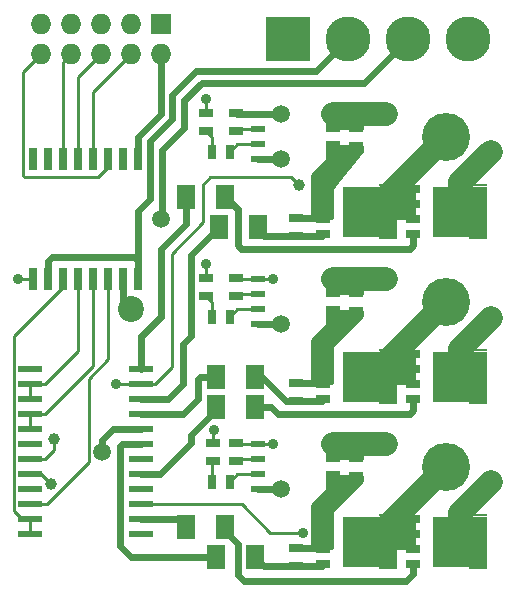
<source format=gbr>
%FSLAX46Y46*%
G04 Gerber Fmt 4.6, Leading zero omitted, Abs format (unit mm)*
G04 Created by KiCad (PCBNEW (2014-10-27 BZR 5228)-product) date 06.12.2014 02:57:52*
%MOMM*%
G01*
G04 APERTURE LIST*
%ADD10C,0.100000*%
%ADD11R,4.600000X4.200000*%
%ADD12R,1.500000X0.250000*%
%ADD13R,1.150000X0.700000*%
%ADD14R,1.727200X1.727200*%
%ADD15O,1.727200X1.727200*%
%ADD16C,3.810000*%
%ADD17R,3.810000X3.810000*%
%ADD18R,0.635000X1.905000*%
%ADD19R,1.143000X0.635000*%
%ADD20R,1.524000X2.032000*%
%ADD21R,1.143000X0.508000*%
%ADD22C,4.064000*%
%ADD23R,2.000000X0.600000*%
%ADD24R,0.635000X1.143000*%
%ADD25C,1.500000*%
%ADD26C,2.200000*%
%ADD27C,0.889000*%
%ADD28C,1.000000*%
%ADD29C,0.600000*%
%ADD30C,2.000000*%
%ADD31C,0.254000*%
%ADD32C,0.025400*%
G04 APERTURE END LIST*
D10*
D11*
X212020000Y-62230000D03*
D12*
X213570000Y-64455000D03*
X213570000Y-60005000D03*
D13*
X208095000Y-60325000D03*
X208095000Y-61595000D03*
X208095000Y-62865000D03*
X208095000Y-64135000D03*
D11*
X212020000Y-76200000D03*
D12*
X213570000Y-78425000D03*
X213570000Y-73975000D03*
D13*
X208095000Y-74295000D03*
X208095000Y-75565000D03*
X208095000Y-76835000D03*
X208095000Y-78105000D03*
D11*
X204400000Y-76200000D03*
D12*
X205950000Y-78425000D03*
X205950000Y-73975000D03*
D13*
X200475000Y-74295000D03*
X200475000Y-75565000D03*
X200475000Y-76835000D03*
X200475000Y-78105000D03*
D14*
X186690000Y-32385000D03*
D15*
X186690000Y-34925000D03*
X184150000Y-32385000D03*
X184150000Y-34925000D03*
X181610000Y-32385000D03*
X181610000Y-34925000D03*
X179070000Y-32385000D03*
X179070000Y-34925000D03*
X176530000Y-32385000D03*
X176530000Y-34925000D03*
D16*
X202565000Y-33655000D03*
X207645000Y-33655000D03*
D17*
X197485000Y-33655000D03*
D16*
X212725000Y-33655000D03*
D18*
X184785000Y-43815000D03*
X183515000Y-43815000D03*
X182245000Y-43815000D03*
X180975000Y-43815000D03*
X179705000Y-43815000D03*
X178435000Y-43815000D03*
X177165000Y-43815000D03*
X175895000Y-43815000D03*
X175895000Y-53975000D03*
X177165000Y-53975000D03*
X178435000Y-53975000D03*
X179705000Y-53975000D03*
X180975000Y-53975000D03*
X182245000Y-53975000D03*
X183515000Y-53975000D03*
X184785000Y-53975000D03*
D19*
X198120000Y-64262000D03*
X198120000Y-62738000D03*
D20*
X191643000Y-49530000D03*
X194945000Y-49530000D03*
D21*
X194945000Y-43815000D03*
X194945000Y-42545000D03*
X194945000Y-41275000D03*
X194945000Y-40005000D03*
X201295000Y-40005000D03*
X201295000Y-41275000D03*
X201295000Y-42545000D03*
X201295000Y-43815000D03*
D11*
X204400000Y-48260000D03*
D12*
X205950000Y-50485000D03*
X205950000Y-46035000D03*
D13*
X200475000Y-46355000D03*
X200475000Y-47625000D03*
X200475000Y-48895000D03*
X200475000Y-50165000D03*
D22*
X210820000Y-41910000D03*
D11*
X212020000Y-48260000D03*
D12*
X213570000Y-50485000D03*
X213570000Y-46035000D03*
D13*
X208095000Y-46355000D03*
X208095000Y-47625000D03*
X208095000Y-48895000D03*
X208095000Y-50165000D03*
D11*
X204400000Y-62230000D03*
D12*
X205950000Y-64455000D03*
X205950000Y-60005000D03*
D13*
X200475000Y-60325000D03*
X200475000Y-61595000D03*
X200475000Y-62865000D03*
X200475000Y-64135000D03*
D23*
X175640000Y-61595000D03*
X175640000Y-62865000D03*
X175640000Y-64135000D03*
X175640000Y-65405000D03*
X175640000Y-66675000D03*
X175640000Y-67945000D03*
X175640000Y-69215000D03*
X175640000Y-70485000D03*
X175640000Y-71755000D03*
X175640000Y-73025000D03*
X175640000Y-74295000D03*
X175640000Y-75565000D03*
X185040000Y-75565000D03*
X185040000Y-74295000D03*
X185040000Y-73025000D03*
X185040000Y-71755000D03*
X185040000Y-70485000D03*
X185040000Y-69215000D03*
X185040000Y-67945000D03*
X185040000Y-66675000D03*
X185040000Y-65405000D03*
X185040000Y-64135000D03*
X185040000Y-62865000D03*
X185040000Y-61595000D03*
D20*
X191389000Y-62230000D03*
X194691000Y-62230000D03*
D22*
X210820000Y-69850000D03*
D19*
X193040000Y-41402000D03*
X193040000Y-39878000D03*
X193040000Y-69342000D03*
X193040000Y-67818000D03*
X190500000Y-55372000D03*
X190500000Y-53848000D03*
X190500000Y-41402000D03*
X190500000Y-39878000D03*
X191135000Y-69342000D03*
X191135000Y-67818000D03*
X203200000Y-42672000D03*
X203200000Y-41148000D03*
X203200000Y-70612000D03*
X203200000Y-69088000D03*
X198120000Y-50292000D03*
X198120000Y-48768000D03*
D24*
X192532000Y-57150000D03*
X191008000Y-57150000D03*
X192532000Y-43180000D03*
X191008000Y-43180000D03*
X192532000Y-71120000D03*
X191008000Y-71120000D03*
D19*
X198120000Y-78232000D03*
X198120000Y-76708000D03*
D21*
X194945000Y-71755000D03*
X194945000Y-70485000D03*
X194945000Y-69215000D03*
X194945000Y-67945000D03*
X201295000Y-67945000D03*
X201295000Y-69215000D03*
X201295000Y-70485000D03*
X201295000Y-71755000D03*
D19*
X193040000Y-55372000D03*
X193040000Y-53848000D03*
X203200000Y-56642000D03*
X203200000Y-55118000D03*
D21*
X194945000Y-57785000D03*
X194945000Y-56515000D03*
X194945000Y-55245000D03*
X194945000Y-53975000D03*
X201295000Y-53975000D03*
X201295000Y-55245000D03*
X201295000Y-56515000D03*
X201295000Y-57785000D03*
D22*
X210820000Y-55880000D03*
D20*
X191389000Y-64770000D03*
X194691000Y-64770000D03*
X188849000Y-46990000D03*
X192151000Y-46990000D03*
X191389000Y-77470000D03*
X194691000Y-77470000D03*
X188849000Y-74930000D03*
X192151000Y-74930000D03*
D25*
X181771020Y-68630291D03*
X186690000Y-48895000D03*
D26*
X184150000Y-56515000D03*
D27*
X205740000Y-40005000D03*
X205740000Y-67945000D03*
X174625000Y-53975000D03*
X205740000Y-53975000D03*
D28*
X198374000Y-45974000D03*
D27*
X182880000Y-62865000D03*
X198763940Y-75448770D03*
X214630000Y-71138054D03*
X214630000Y-57253510D03*
X214630000Y-43180000D03*
D25*
X196850000Y-43815000D03*
X196850000Y-57785000D03*
X196850000Y-71755000D03*
X196850000Y-40005000D03*
D27*
X196215000Y-53975000D03*
X196215000Y-67945000D03*
D28*
X177632373Y-67521715D03*
X177429033Y-71322982D03*
D27*
X190500000Y-52705000D03*
X190500000Y-38735000D03*
X191245790Y-66785790D03*
D29*
X181771020Y-67569631D02*
X181771020Y-68630291D01*
X182665651Y-66675000D02*
X181771020Y-67569631D01*
X185040000Y-66675000D02*
X182665651Y-66675000D01*
X207645000Y-33655000D02*
X203939989Y-37360011D01*
X203939989Y-37360011D02*
X190181127Y-37360011D01*
X190181127Y-37360011D02*
X188690020Y-38851118D01*
X188690020Y-38851118D02*
X188690020Y-41179980D01*
X186802511Y-43067489D02*
X186802511Y-48147489D01*
X188690020Y-41179980D02*
X186802511Y-43067489D01*
X186802511Y-48147489D02*
X186690000Y-48260000D01*
X186690000Y-48260000D02*
X186690000Y-48895000D01*
D30*
X204470000Y-62230000D02*
X210820000Y-55880000D01*
X204400000Y-62230000D02*
X204470000Y-62230000D01*
D29*
X183515000Y-53975000D02*
X183515000Y-55880000D01*
X183515000Y-55880000D02*
X184150000Y-56515000D01*
D30*
X201295000Y-40005000D02*
X205740000Y-40005000D01*
X201295000Y-67945000D02*
X205740000Y-67945000D01*
D31*
X203073000Y-41275000D02*
X203200000Y-41148000D01*
X175895000Y-53975000D02*
X174625000Y-53975000D01*
D30*
X201295000Y-53975000D02*
X205740000Y-53975000D01*
D31*
X196984999Y-45346999D02*
X197746999Y-45346999D01*
X197746999Y-45346999D02*
X198374000Y-45974000D01*
X185040000Y-62865000D02*
X186198602Y-62865000D01*
X186198602Y-62865000D02*
X187617009Y-61446593D01*
X187617009Y-61446593D02*
X187617009Y-51818981D01*
X187617009Y-51818981D02*
X190253999Y-49181991D01*
X190253999Y-49181991D02*
X190253999Y-45980399D01*
X190253999Y-45980399D02*
X190887399Y-45346999D01*
X190887399Y-45346999D02*
X196984999Y-45346999D01*
X208095000Y-48229000D02*
X208095000Y-47625000D01*
X208064000Y-48260000D02*
X208095000Y-48229000D01*
X208095000Y-48291000D02*
X208095000Y-48895000D01*
X208064000Y-48260000D02*
X208095000Y-48291000D01*
X182880000Y-62865000D02*
X185040000Y-62865000D01*
D30*
X204470000Y-48260000D02*
X210820000Y-41910000D01*
X204400000Y-48260000D02*
X204470000Y-48260000D01*
D31*
X193542038Y-73025000D02*
X195965808Y-75448770D01*
X198135323Y-75448770D02*
X198763940Y-75448770D01*
X185040000Y-73025000D02*
X193542038Y-73025000D01*
X195965808Y-75448770D02*
X198135323Y-75448770D01*
D30*
X204470000Y-76200000D02*
X210820000Y-69850000D01*
D31*
X191008000Y-55880000D02*
X190500000Y-55372000D01*
X191008000Y-57150000D02*
X191008000Y-55880000D01*
X191008000Y-41910000D02*
X190500000Y-41402000D01*
X191008000Y-43180000D02*
X191008000Y-41910000D01*
X191008000Y-69469000D02*
X191135000Y-69342000D01*
X191008000Y-71120000D02*
X191008000Y-69469000D01*
X212020000Y-76200000D02*
X212220000Y-76200000D01*
D30*
X212020000Y-73748054D02*
X214630000Y-71138054D01*
X212020000Y-76200000D02*
X212020000Y-73748054D01*
X212020000Y-59863510D02*
X214630000Y-57253510D01*
X212020000Y-62230000D02*
X212020000Y-59863510D01*
X212020000Y-45790000D02*
X214630000Y-43180000D01*
X212020000Y-48260000D02*
X212020000Y-45790000D01*
D31*
X191389000Y-64836000D02*
X191389000Y-64770000D01*
D29*
X186640000Y-70485000D02*
X189230000Y-67895000D01*
X185040000Y-70485000D02*
X186640000Y-70485000D01*
X191389000Y-65024000D02*
X191389000Y-64770000D01*
X189230000Y-67183000D02*
X191389000Y-65024000D01*
X189230000Y-67895000D02*
X189230000Y-67183000D01*
X185040000Y-65405000D02*
X188595000Y-65405000D01*
X188595000Y-65405000D02*
X189865000Y-64135000D01*
X189865000Y-64135000D02*
X189865000Y-62392000D01*
X189865000Y-62392000D02*
X190027000Y-62230000D01*
X190027000Y-62230000D02*
X191389000Y-62230000D01*
X198120000Y-62738000D02*
X200348000Y-62738000D01*
X200348000Y-62738000D02*
X200475000Y-62865000D01*
X185040000Y-61595000D02*
X185040000Y-58800000D01*
X185040000Y-58800000D02*
X186690000Y-57150000D01*
X186690000Y-57150000D02*
X186690000Y-51435000D01*
X186690000Y-51435000D02*
X188849000Y-49276000D01*
X188849000Y-49276000D02*
X188849000Y-48606000D01*
X188849000Y-48606000D02*
X188849000Y-46990000D01*
X189228499Y-51944501D02*
X189926762Y-51246238D01*
X189926762Y-51246238D02*
X191389000Y-49784000D01*
X191643000Y-49530000D02*
X189926762Y-51246238D01*
X185040000Y-64135000D02*
X187325000Y-64135000D01*
X187325000Y-64135000D02*
X188595000Y-62865000D01*
X188595000Y-62865000D02*
X188595000Y-59445998D01*
X188595000Y-59445998D02*
X189230000Y-58810998D01*
X189230000Y-58810998D02*
X189228499Y-58809497D01*
X189228499Y-58809497D02*
X189228499Y-51944501D01*
D31*
X185040000Y-64135000D02*
X184340000Y-64135000D01*
X185040000Y-64135000D02*
X185740000Y-64135000D01*
D29*
X198120000Y-48768000D02*
X200348000Y-48768000D01*
X200348000Y-48768000D02*
X200475000Y-48895000D01*
D31*
X198247000Y-48895000D02*
X198120000Y-48768000D01*
X203073000Y-42545000D02*
X203200000Y-42672000D01*
D29*
X188214000Y-74295000D02*
X188849000Y-74930000D01*
X185040000Y-74295000D02*
X188214000Y-74295000D01*
D31*
X185040000Y-67945000D02*
X184324198Y-67945000D01*
D29*
X183239999Y-68145001D02*
X183239999Y-76559999D01*
X183440000Y-67945000D02*
X183239999Y-68145001D01*
X185040000Y-67945000D02*
X183440000Y-67945000D01*
X184150000Y-77470000D02*
X191389000Y-77470000D01*
X183239999Y-76559999D02*
X184150000Y-77470000D01*
X198120000Y-76708000D02*
X200348000Y-76708000D01*
X200348000Y-76708000D02*
X200475000Y-76835000D01*
D31*
X203073000Y-70485000D02*
X203200000Y-70612000D01*
X198247000Y-76835000D02*
X198120000Y-76708000D01*
D29*
X194945000Y-43815000D02*
X196850000Y-43815000D01*
X194945000Y-57785000D02*
X196850000Y-57785000D01*
X194945000Y-71755000D02*
X196850000Y-71755000D01*
X186690000Y-40005000D02*
X184785000Y-41910000D01*
X184785000Y-41910000D02*
X184785000Y-43815000D01*
X186690000Y-34925000D02*
X186690000Y-40005000D01*
X194945000Y-40005000D02*
X196850000Y-40005000D01*
X194945000Y-40005000D02*
X193167000Y-40005000D01*
X193167000Y-40005000D02*
X193040000Y-39878000D01*
D31*
X193167000Y-53975000D02*
X193040000Y-53848000D01*
X194945000Y-53975000D02*
X193167000Y-53975000D01*
X194945000Y-53975000D02*
X196215000Y-53975000D01*
X194945000Y-67945000D02*
X196215000Y-67945000D01*
X193167000Y-67945000D02*
X193040000Y-67818000D01*
X194945000Y-67945000D02*
X193167000Y-67945000D01*
D29*
X185802501Y-47161508D02*
X185802501Y-42306725D01*
X185802501Y-42306725D02*
X187690010Y-40419216D01*
X187690010Y-40419216D02*
X187690010Y-38369990D01*
X184785000Y-48179009D02*
X185802501Y-47161508D01*
X184785000Y-52422500D02*
X184432500Y-52070000D01*
X184432500Y-52070000D02*
X177517500Y-52070000D01*
X177517500Y-52070000D02*
X177165000Y-52422500D01*
X177165000Y-52422500D02*
X177165000Y-53975000D01*
X202565000Y-33655000D02*
X199859999Y-36360001D01*
X199859999Y-36360001D02*
X189699999Y-36360001D01*
X189699999Y-36360001D02*
X187690010Y-38369990D01*
X184785000Y-48179009D02*
X184785000Y-52422500D01*
X184785000Y-52422500D02*
X184785000Y-53975000D01*
D31*
X175640000Y-74295000D02*
X175640000Y-75565000D01*
X174940000Y-74295000D02*
X175640000Y-74295000D01*
X174258999Y-73613999D02*
X174940000Y-74295000D01*
X174258999Y-58786001D02*
X174258999Y-73613999D01*
X178435000Y-54610000D02*
X174258999Y-58786001D01*
X178435000Y-53975000D02*
X178435000Y-54610000D01*
X174940000Y-62865000D02*
X175640000Y-62865000D01*
X179705000Y-53975000D02*
X179705000Y-53289198D01*
X175640000Y-62865000D02*
X175640000Y-64135000D01*
X176894000Y-62865000D02*
X175640000Y-62865000D01*
X179705000Y-60054000D02*
X176894000Y-62865000D01*
X179705000Y-53975000D02*
X179705000Y-60054000D01*
X174940000Y-65405000D02*
X175640000Y-65405000D01*
X180975000Y-53975000D02*
X180975000Y-53289198D01*
X175640000Y-65405000D02*
X175640000Y-66675000D01*
X176894000Y-65405000D02*
X175640000Y-65405000D01*
X180975000Y-61324000D02*
X176894000Y-65405000D01*
X180975000Y-53975000D02*
X180975000Y-61324000D01*
X182245000Y-53975000D02*
X182245000Y-60772434D01*
X182245000Y-60772434D02*
X180594000Y-62423434D01*
X180594000Y-62423434D02*
X180594000Y-69469000D01*
X180594000Y-69469000D02*
X177038000Y-73025000D01*
X177038000Y-73025000D02*
X175640000Y-73025000D01*
X174940000Y-73025000D02*
X175640000Y-73025000D01*
X182245000Y-53975000D02*
X182245000Y-53340000D01*
X193167000Y-55245000D02*
X193040000Y-55372000D01*
X194945000Y-55245000D02*
X193167000Y-55245000D01*
X193167000Y-41275000D02*
X193040000Y-41402000D01*
X194945000Y-41275000D02*
X193167000Y-41275000D01*
X193167000Y-69215000D02*
X193040000Y-69342000D01*
X194945000Y-69215000D02*
X193167000Y-69215000D01*
X177632373Y-67521715D02*
X177632373Y-68476627D01*
X177632373Y-68476627D02*
X176894000Y-69215000D01*
X176894000Y-69215000D02*
X175640000Y-69215000D01*
X177429033Y-71322982D02*
X176591051Y-70485000D01*
X176591051Y-70485000D02*
X175640000Y-70485000D01*
X193167000Y-56515000D02*
X192532000Y-57150000D01*
X194945000Y-56515000D02*
X193167000Y-56515000D01*
X193167000Y-42545000D02*
X192532000Y-43180000D01*
X194945000Y-42545000D02*
X193167000Y-42545000D01*
X193167000Y-70485000D02*
X192532000Y-71120000D01*
X194945000Y-70485000D02*
X193167000Y-70485000D01*
D29*
X208095000Y-65085000D02*
X208095000Y-64135000D01*
X207799999Y-65380001D02*
X208095000Y-65085000D01*
X196663001Y-65380001D02*
X207799999Y-65380001D01*
X196053000Y-64770000D02*
X196663001Y-65380001D01*
X194691000Y-64770000D02*
X196053000Y-64770000D01*
X194691000Y-62230000D02*
X195282998Y-62230000D01*
X195282998Y-62230000D02*
X197314998Y-64262000D01*
X197314998Y-64262000D02*
X198120000Y-64262000D01*
X194945000Y-62230000D02*
X195282998Y-62230000D01*
X200348000Y-64262000D02*
X200475000Y-64135000D01*
X198120000Y-64262000D02*
X200348000Y-64262000D01*
X208095000Y-51115000D02*
X208095000Y-50165000D01*
X207799999Y-51410001D02*
X208095000Y-51115000D01*
X193532999Y-51410001D02*
X207799999Y-51410001D01*
X193228999Y-51106001D02*
X193532999Y-51410001D01*
X193228999Y-48067999D02*
X193228999Y-51106001D01*
X192151000Y-46990000D02*
X193228999Y-48067999D01*
X200348000Y-50292000D02*
X200475000Y-50165000D01*
X198120000Y-50292000D02*
X200348000Y-50292000D01*
X195453000Y-50292000D02*
X198120000Y-50292000D01*
X194691000Y-49530000D02*
X195453000Y-50292000D01*
X208095000Y-78296994D02*
X208190997Y-78200997D01*
X208095000Y-78955002D02*
X208095000Y-78296994D01*
X207497992Y-79552010D02*
X208095000Y-78955002D01*
X193735008Y-79552010D02*
X207497992Y-79552010D01*
X193228999Y-79046001D02*
X193735008Y-79552010D01*
X193228999Y-76388999D02*
X193228999Y-79046001D01*
X192151000Y-75311000D02*
X193228999Y-76388999D01*
X192151000Y-74930000D02*
X192151000Y-75311000D01*
D31*
X194691000Y-77724000D02*
X195199000Y-78232000D01*
X194691000Y-77470000D02*
X194691000Y-77724000D01*
D29*
X195453000Y-78232000D02*
X198120000Y-78232000D01*
X194691000Y-77470000D02*
X195453000Y-78232000D01*
X200348000Y-78232000D02*
X200475000Y-78105000D01*
X198120000Y-78232000D02*
X200348000Y-78232000D01*
D31*
X190500000Y-53848000D02*
X190500000Y-52705000D01*
X190500000Y-39878000D02*
X190500000Y-38735000D01*
X191135000Y-67818000D02*
X191135000Y-66896580D01*
X191135000Y-66896580D02*
X191245790Y-66785790D01*
X184150000Y-34925000D02*
X180975000Y-38100000D01*
X180975000Y-38100000D02*
X180975000Y-43815000D01*
X181610000Y-34925000D02*
X179705000Y-36830000D01*
X179705000Y-36830000D02*
X179705000Y-43815000D01*
X178435000Y-43815000D02*
X178435000Y-35560000D01*
X178435000Y-35560000D02*
X179070000Y-34925000D01*
X176530000Y-34925000D02*
X175050499Y-36404501D01*
X175050499Y-36404501D02*
X175050499Y-45189101D01*
X175050499Y-45189101D02*
X175155899Y-45294501D01*
X175155899Y-45294501D02*
X181400499Y-45294501D01*
X181400499Y-45294501D02*
X182245000Y-44450000D01*
X182245000Y-44450000D02*
X182245000Y-43815000D01*
G36*
X208153000Y-76708000D02*
X205867000Y-76708000D01*
X205867000Y-74422000D01*
X208153000Y-74422000D01*
X208153000Y-76708000D01*
X208153000Y-76708000D01*
G37*
X208153000Y-76708000D02*
X205867000Y-76708000D01*
X205867000Y-74422000D01*
X208153000Y-74422000D01*
X208153000Y-76708000D01*
G36*
X208153000Y-62738000D02*
X206502000Y-62738000D01*
X206502000Y-60452000D01*
X208153000Y-60452000D01*
X208153000Y-62738000D01*
X208153000Y-62738000D01*
G37*
X208153000Y-62738000D02*
X206502000Y-62738000D01*
X206502000Y-60452000D01*
X208153000Y-60452000D01*
X208153000Y-62738000D01*
G36*
X208153000Y-48768000D02*
X206502000Y-48768000D01*
X206502000Y-46482000D01*
X208153000Y-46482000D01*
X208153000Y-48768000D01*
X208153000Y-48768000D01*
G37*
X208153000Y-48768000D02*
X206502000Y-48768000D01*
X206502000Y-46482000D01*
X208153000Y-46482000D01*
X208153000Y-48768000D01*
G36*
X203708000Y-71067395D02*
X201168000Y-73607395D01*
X201168000Y-76708000D01*
X199517000Y-76708000D01*
X199517000Y-73077605D01*
X200787000Y-71807605D01*
X200787000Y-70612000D01*
X203708000Y-70612000D01*
X203708000Y-71067395D01*
X203708000Y-71067395D01*
G37*
X203708000Y-71067395D02*
X201168000Y-73607395D01*
X201168000Y-76708000D01*
X199517000Y-76708000D01*
X199517000Y-73077605D01*
X200787000Y-71807605D01*
X200787000Y-70612000D01*
X203708000Y-70612000D01*
X203708000Y-71067395D01*
G36*
X203708000Y-57097395D02*
X201168000Y-59637395D01*
X201168000Y-62738000D01*
X199517000Y-62738000D01*
X199517000Y-59107605D01*
X200787000Y-57837605D01*
X200787000Y-56642000D01*
X203708000Y-56642000D01*
X203708000Y-57097395D01*
X203708000Y-57097395D01*
G37*
X203708000Y-57097395D02*
X201168000Y-59637395D01*
X201168000Y-62738000D01*
X199517000Y-62738000D01*
X199517000Y-59107605D01*
X200787000Y-57837605D01*
X200787000Y-56642000D01*
X203708000Y-56642000D01*
X203708000Y-57097395D01*
G36*
X203708000Y-43135451D02*
X201588652Y-45784636D01*
X201568455Y-45804833D01*
X201564117Y-45815303D01*
X201168000Y-46310451D01*
X201168000Y-48768000D01*
X199517000Y-48768000D01*
X199517000Y-45137605D01*
X200787000Y-43867605D01*
X200787000Y-42672000D01*
X203708000Y-42672000D01*
X203708000Y-43135451D01*
X203708000Y-43135451D01*
G37*
X203708000Y-43135451D02*
X201588652Y-45784636D01*
X201568455Y-45804833D01*
X201564117Y-45815303D01*
X201168000Y-46310451D01*
X201168000Y-48768000D01*
X199517000Y-48768000D01*
X199517000Y-45137605D01*
X200787000Y-43867605D01*
X200787000Y-42672000D01*
X203708000Y-42672000D01*
X203708000Y-43135451D01*
D32*
G36*
X203822300Y-55232300D02*
X200672700Y-55232300D01*
X200672700Y-53987700D01*
X203822300Y-53987700D01*
X203822300Y-55232300D01*
X203822300Y-55232300D01*
G37*
X203822300Y-55232300D02*
X200672700Y-55232300D01*
X200672700Y-53987700D01*
X203822300Y-53987700D01*
X203822300Y-55232300D01*
G36*
X203822300Y-69202300D02*
X200672700Y-69202300D01*
X200672700Y-67957700D01*
X203822300Y-67957700D01*
X203822300Y-69202300D01*
X203822300Y-69202300D01*
G37*
X203822300Y-69202300D02*
X200672700Y-69202300D01*
X200672700Y-67957700D01*
X203822300Y-67957700D01*
X203822300Y-69202300D01*
G36*
X203822300Y-41262300D02*
X200672700Y-41262300D01*
X200672700Y-40017700D01*
X203822300Y-40017700D01*
X203822300Y-41262300D01*
X203822300Y-41262300D01*
G37*
X203822300Y-41262300D02*
X200672700Y-41262300D01*
X200672700Y-40017700D01*
X203822300Y-40017700D01*
X203822300Y-41262300D01*
M02*

</source>
